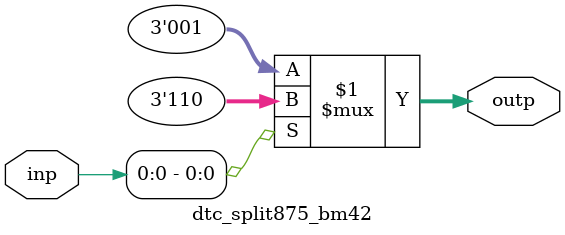
<source format=v>
module dtc_split875_bm42 (
	input  wire [7-1:0] inp,
	output wire [3-1:0] outp
);


	assign outp = (inp[0]) ? 3'b110 : 3'b001;

endmodule
</source>
